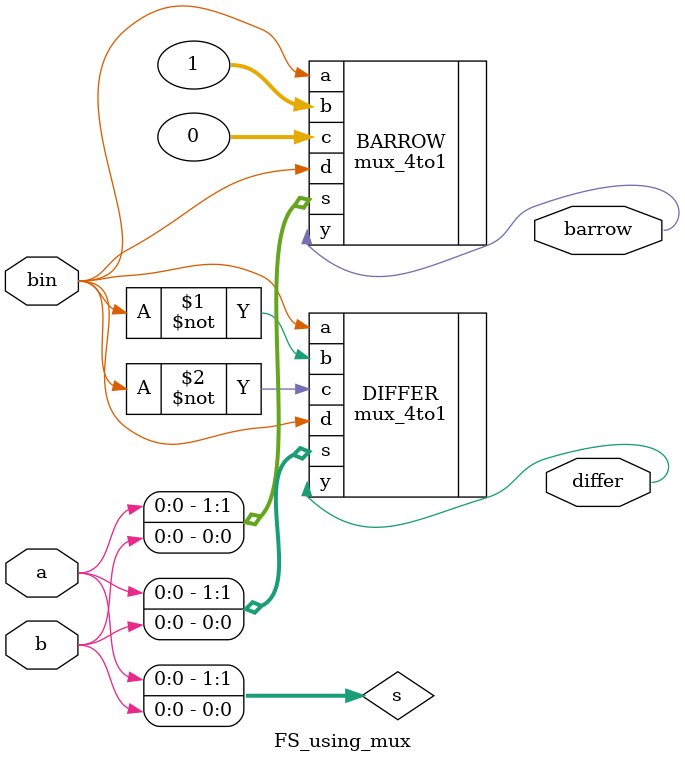
<source format=v>
`timescale 1ns / 1ps


module FS_using_mux(
    input a,
    input b,
    input bin,
    output differ,barrow
    );
    wire [1:0]s;
    assign s[0]=b;
    assign s[1]=a;
    mux_4to1 DIFFER(.y(differ),.s(s),.a(bin),.b(~bin),.c(~bin),.d(bin));
    mux_4to1 BARROW(.y(barrow),.s(s),.a(bin),.b(1),.c(0),.d(bin));
endmodule

</source>
